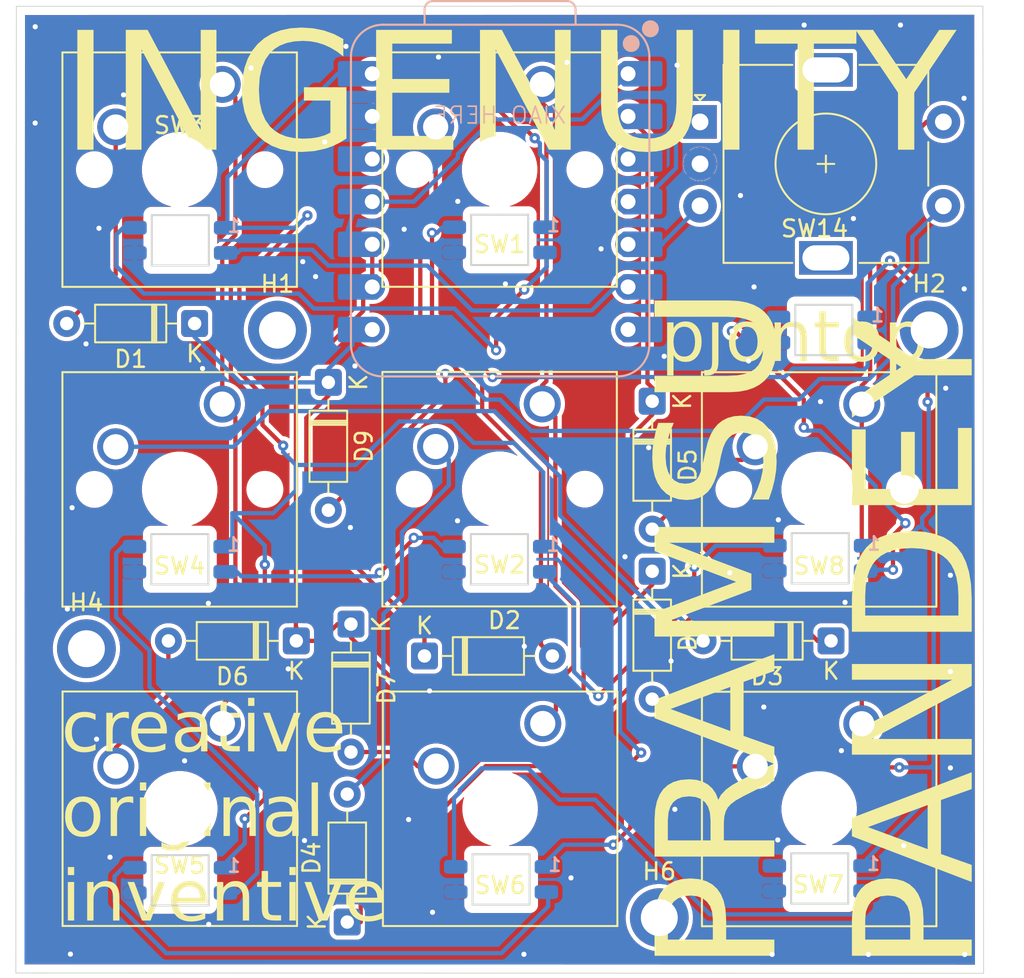
<source format=kicad_pcb>
(kicad_pcb (version 20241229) (generator "pcbnew") (generator_version "9.0")
  (layers (0 "F.Cu" signal) (2 "B.Cu" signal) (13 "F.Paste" user) (15 "B.Paste" user) (5 "F.SilkS" user "F.Silkscreen") (7 "B.SilkS" user "B.Silkscreen") (1 "F.Mask" user) (3 "B.Mask" user) (25 "Edge.Cuts" user))
  (net 0 "")
  (net 1 "Net-(D1-A)")
  (net 2 "ROW 0")
  (net 3 "Net-(D2-A)")
  (net 4 "Net-(D3-A)")
  (net 5 "ROW 1")
  (net 6 "Net-(D4-A)")
  (net 7 "Net-(D5-A)")
  (net 8 "Net-(D6-A)")
  (net 9 "COLUMN 0")
  (net 10 "Net-(D7-A)")
  (net 11 "Net-(D8-A)")
  (net 12 "RES1")
  (net 13 "Net-(D10-DOUT)")
  (net 14 "+5V")
  (net 15 "GND")
  (net 16 "LED0")
  (net 17 "Net-(D11-DOUT)")
  (net 18 "Net-(D12-DOUT)")
  (net 19 "Net-(SW1-Pad1)")
  (net 20 "Net-(SW3-Pad1)")
  (net 21 "RES2")
  (net 22 "REB")
  (net 23 "REA")
  (net 26 "SIGMA0")
  (net 27 "Net-(D14-DOUT)")
  (net 28 "Net-(D15-DOUT)")
  (net 29 "Net-(D16-DOUT)")
  (net 30 "SIGMA1")
  (footprint "Diode_THT:D_DO-35_SOD27_P7.62mm_Horizontal" (layer "F.Cu") (at 177.036442 78.230639 180)
    (property "Reference" "D1")
    (property "Value" "1N4148WT")
  )
  (footprint "Diode_THT:D_DO-35_SOD27_P7.62mm_Horizontal" (layer "F.Cu") (at 204.299351 82.861396 -90)
    (property "Reference" "D5")
    (property "Value" "1N4148WT")
  )
  (footprint "Button_Switch_Keyboard:SW_Cherry_MX_1.00u_Plate" (layer "F.Cu") (at 197.779405 102.063423)
    (property "Reference" "SW6")
    (property "Value" "SW_Push")
  )
  (footprint "Button_Switch_Keyboard:SW_Cherry_MX_1.00u_PCB" (layer "F.Cu") (at 197.747173 63.977715)
    (property "Reference" "SW1")
    (property "Value" "SW_Push")
  )
  (footprint "mounting hole:Mounting Hole 2.2mm M2 Pad" (layer "F.Cu") (at 204.721179 113.62933)
    (property "Reference" "H6")
    (property "Value" "MountingHole")
  )
  (footprint "Diode_THT:D_DO-35_SOD27_P7.62mm_Horizontal" (layer "F.Cu") (at 186.350183 96.141887 -90)
    (property "Reference" "D7")
    (property "Value" "1N4148WT")
  )
  (footprint "Diode_THT:D_DO-35_SOD27_P7.62mm_Horizontal" (layer "F.Cu") (at 190.73108 98.038363)
    (property "Reference" "D2")
    (property "Value" "1N4148WT")
  )
  (footprint "Button_Switch_Keyboard:SW_Cherry_MX_1.00u_PCB" (layer "F.Cu") (at 216.784991 83.0355)
    (property "Reference" "SW8")
    (property "Value" "SW_Push")
  )
  (footprint "mounting hole:Mounting Hole 2.2mm M2 Pad" (layer "F.Cu") (at 220.802681 78.615403)
    (property "Reference" "H2")
    (property "Value" "MountingHole")
  )
  (footprint "Button_Switch_Keyboard:SW_Cherry_MX_1.00u_Plate" (layer "F.Cu") (at 178.693548 102.059967)
    (property "Reference" "SW5")
    (property "Value" "SW_Push")
  )
  (footprint "Diode_THT:D_DO-35_SOD27_P7.62mm_Horizontal" (layer "F.Cu") (at 185.003996 81.735931 -90)
    (property "Reference" "D9")
    (property "Value" "1N4148WT")
  )
  (footprint "mounting hole:Mounting Hole 2.2mm M2 Pad" (layer "F.Cu") (at 181.970565 78.625185)
    (property "Reference" "H1")
    (property "Value" "MountingHole")
  )
  (footprint "mounting hole:Mounting Hole 2.2mm M2 Pad" (layer "F.Cu") (at 170.58928 97.605434)
    (property "Reference" "H4")
    (property "Value" "MountingHole")
  )
  (footprint "Diode_THT:D_DO-35_SOD27_P7.62mm_Horizontal" (layer "F.Cu") (at 186.128996 113.891075 90)
    (property "Reference" "D4")
    (property "Value" "1N4148WT")
  )
  (footprint "Button_Switch_Keyboard:SW_Cherry_MX_1.00u_Plate" (layer "F.Cu") (at 216.787179 102.07625)
    (property "Reference" "SW7")
    (property "Value" "SW_Push")
  )
  (footprint "Diode_THT:D_DO-35_SOD27_P7.62mm_Horizontal" (layer "F.Cu") (at 183.094287 97.138456 180)
    (property "Reference" "D6")
    (property "Value" "1N4148WT")
  )
  (footprint "Button_Switch_Keyboard:SW_Cherry_MX_1.00u_PCB" (layer "F.Cu") (at 197.747354 83.019909)
    (property "Reference" "SW2")
    (property "Value" "SW_Push")
  )
  (footprint "Button_Switch_Keyboard:SW_Cherry_MX_1.00u_PCB" (layer "F.Cu") (at 178.683179 83.034066)
    (property "Reference" "SW4")
    (property "Value" "SW_Push")
  )
  (footprint "Button_Switch_Keyboard:SW_Cherry_MX_1.00u_PCB" (layer "F.Cu") (at 178.683179 63.982066)
    (property "Reference" "SW3")
    (property "Value" "SW_Push")
  )
  (footprint "Diode_THT:D_DO-35_SOD27_P7.62mm_Horizontal" (layer "F.Cu") (at 214.95406 97.138456 180)
    (property "Reference" "D3")
    (property "Value" "1N4148WT")
  )
  (footprint "Rotary_Encoder:RotaryEncoder_Alps_EC11E-Switch_Vertical_H20mm" (layer "F.Cu") (at 207.148056 66.220198)
    (property "Reference" "SW14")
    (property "Value" "RotaryEncoder_Switch")
  )
  (footprint "Diode_THT:D_DO-35_SOD27_P7.62mm_Horizontal" (layer "F.Cu") (at 204.299351 92.990584 -90)
    (property "Reference" "D8")
    (property "Value" "1N4148WT")
  )
  (footprint "OPL:XIAO-RP2040-DIP" (layer "B.Cu") (at 195.240647 70.9695 180)
    (property "Reference" "U1" (hide yes))
    (property "Value" "XIAO-RP2040-DIP")
  )
  (footprint "underkeyled:LED_SK6812MINI" (layer "B.Cu") (at 214.277709 111.294217 180)
    (property "Reference" "D18" (hide yes))
    (property "Value" "SK6812MINI" (hide yes))
    (fp_line (start 1.7 1.5) (end -1.7 1.5) (stroke (width 0.12)) (layer "Edge.Cuts"))
    (fp_line (start 1.7 -1.5) (end 1.7 1.5) (stroke (width 0.12)) (layer "Edge.Cuts"))
    (fp_line (start -1.7 1.5) (end -1.7 -1.5) (stroke (width 0.12)) (layer "Edge.Cuts"))
    (fp_line (start -1.7 -1.5) (end 1.7 -1.5) (stroke (width 0.12)) (layer "Edge.Cuts"))
  )
  (footprint "underkeyled:LED_SK6812MINI" (layer "B.Cu") (at 195.296082 111.35393 180)
    (property "Reference" "D17" (hide yes))
    (property "Value" "SK6812MINI" (hide yes))
    (fp_line (start 1.7 1.5) (end -1.7 1.5) (stroke (width 0.12)) (layer "Edge.Cuts"))
    (fp_line (start 1.7 -1.5) (end 1.7 1.5) (stroke (width 0.12)) (layer "Edge.Cuts"))
    (fp_line (start -1.7 1.5) (end -1.7 -1.5) (stroke (width 0.12)) (layer "Edge.Cuts"))
    (fp_line (start -1.7 -1.5) (end 1.7 -1.5) (stroke (width 0.12)) (layer "Edge.Cuts"))
  )
  (footprint "underkeyled:LED_SK6812MINI" (layer "B.Cu") (at 214.310906 92.219128 180)
    (property "Reference" "D13" (hide yes))
    (property "Value" "SK6812MINI" (hide yes))
    (fp_line (start 1.7 1.5) (end -1.7 1.5) (stroke (width 0.12)) (layer "Edge.Cuts"))
    (fp_line (start 1.7 -1.5) (end 1.7 1.5) (stroke (width 0.12)) (layer "Edge.Cuts"))
    (fp_line (start -1.7 1.5) (end -1.7 -1.5) (stroke (width 0.12)) (layer "Edge.Cuts"))
    (fp_line (start -1.7 -1.5) (end 1.7 -1.5) (stroke (width 0.12)) (layer "Edge.Cuts"))
  )
  (footprint "underkeyled:LED_SK6812MINI" (layer "B.Cu") (at 195.195179 92.277297 180)
    (property "Reference" "D14" (hide yes))
    (property "Value" "SK6812MINI" (hide yes))
    (fp_line (start 1.7 1.5) (end -1.7 1.5) (stroke (width 0.12)) (layer "Edge.Cuts"))
    (fp_line (start 1.7 -1.5) (end 1.7 1.5) (stroke (width 0.12)) (layer "Edge.Cuts"))
    (fp_line (start -1.7 1.5) (end -1.7 -1.5) (stroke (width 0.12)) (layer "Edge.Cuts"))
    (fp_line (start -1.7 -1.5) (end 1.7 -1.5) (stroke (width 0.12)) (layer "Edge.Cuts"))
  )
  (footprint "underkeyled:LED_SK6812MINI" (layer "B.Cu") (at 214.523991 78.616692 180)
    (property "Reference" "D12" (hide yes))
    (property "Value" "SK6812MINI" (hide yes))
    (fp_line (start 1.7 1.5) (end -1.7 1.5) (stroke (width 0.12)) (layer "Edge.Cuts"))
    (fp_line (start 1.7 -1.5) (end 1.7 1.5) (stroke (width 0.12)) (layer "Edge.Cuts"))
    (fp_line (start -1.7 1.5) (end -1.7 -1.5) (stroke (width 0.12)) (layer "Edge.Cuts"))
    (fp_line (start -1.7 -1.5) (end 1.7 -1.5) (stroke (width 0.12)) (layer "Edge.Cuts"))
  )
  (footprint "underkeyled:LED_SK6812MINI" (layer "B.Cu") (at 176.155106 92.277297 180)
    (property "Reference" "D15" (hide yes))
    (property "Value" "SK6812MINI" (hide yes))
    (fp_line (start 1.7 1.5) (end -1.7 1.5) (stroke (width 0.12)) (layer "Edge.Cuts"))
    (fp_line (start 1.7 -1.5) (end 1.7 1.5) (stroke (width 0.12)) (layer "Edge.Cuts"))
    (fp_line (start -1.7 1.5) (end -1.7 -1.5) (stroke (width 0.12)) (layer "Edge.Cuts"))
    (fp_line (start -1.7 -1.5) (end 1.7 -1.5) (stroke (width 0.12)) (layer "Edge.Cuts"))
  )
  (footprint "underkeyled:LED_SK6812MINI" (layer "B.Cu") (at 176.177401 111.404232 180)
    (property "Reference" "D16" (hide yes))
    (property "Value" "SK6812MINI" (hide yes))
    (fp_line (start 1.7 1.5) (end -1.7 1.5) (stroke (width 0.12)) (layer "Edge.Cuts"))
    (fp_line (start 1.7 -1.5) (end 1.7 1.5) (stroke (width 0.12)) (layer "Edge.Cuts"))
    (fp_line (start -1.7 1.5) (end -1.7 -1.5) (stroke (width 0.12)) (layer "Edge.Cuts"))
    (fp_line (start -1.7 -1.5) (end 1.7 -1.5) (stroke (width 0.12)) (layer "Edge.Cuts"))
  )
  (footprint "underkeyled:LED_SK6812MINI" (layer "B.Cu") (at 176.183244 73.274662 180)
    (property "Reference" "D10" (hide yes))
    (property "Value" "SK6812MINI" (hide yes))
    (fp_line (start 1.7 1.5) (end -1.7 1.5) (stroke (width 0.12)) (layer "Edge.Cuts"))
    (fp_line (start 1.7 -1.5) (end 1.7 1.5) (stroke (width 0.12)) (layer "Edge.Cuts"))
    (fp_line (start -1.7 1.5) (end -1.7 -1.5) (stroke (width 0.12)) (layer "Edge.Cuts"))
    (fp_line (start -1.7 -1.5) (end 1.7 -1.5) (stroke (width 0.12)) (layer "Edge.Cuts"))
  )
  (footprint "underkeyled:LED_SK6812MINI" (layer "B.Cu") (at 195.210558 73.246691 180)
    (property "Reference" "D11" (hide yes))
    (property "Value" "SK6812MINI" (hide yes))
    (fp_line (start 1.7 1.5) (end -1.7 1.5) (stroke (width 0.12)) (layer "Edge.Cuts"))
    (fp_line (start 1.7 -1.5) (end 1.7 1.5) (stroke (width 0.12)) (layer "Edge.Cuts"))
    (fp_line (start -1.7 1.5) (end -1.7 -1.5) (stroke (width 0.12)) (layer "Edge.Cuts"))
    (fp_line (start -1.7 -1.5) (end 1.7 -1.5) (stroke (width 0.12)) (layer "Edge.Cuts"))
  )
  (gr_line (start 223.539052 116.946237) (end 224.035395 116.946413) (stroke (width 0.05)) (layer "Edge.Cuts"))
  (gr_line (start 223.999926 59.540376) (end 223.999886 59.322589) (stroke (width 0.05)) (layer "Edge.Cuts"))
  (gr_line (start 166.383322 116.92674) (end 166.415252 59.3324) (stroke (width 0.05)) (layer "Edge.Cuts"))
  (gr_line (start 166.415253 59.330067) (end 223.999886 59.322589) (stroke (width 0.05)) (layer "Edge.Cuts"))
  (gr_line (start 224.044829 116.696376) (end 224.045025 116.946413) (stroke (width 0.05)) (layer "Edge.Cuts"))
  (gr_line (start 223.539052 116.946237) (end 166.383322 116.92674) (stroke (width 0.05)) (layer "Edge.Cuts"))
  (gr_line (start 224.044829 116.696376) (end 223.999926 59.540376) (stroke (width 0.05)) (layer "Edge.Cuts"))
  (gr_text "INGENUITY" (at 169.0865 69.0635 0) (layer "F.SilkS") (effects (font (size 7 7) (thickness 0.1)) (justify left bottom)))
  (gr_text "PRAMSU\nPANDEY" (at 224.52743 116.862395 90) (layer "F.SilkS") (effects (font (size 7 7) (thickness 0.1)) (justify left bottom)))
  (gr_text "pjontop" (at 204.809 80.971 0) (layer "F.SilkS") (effects (font (size 3 3) (thickness 0.1)) (justify left bottom)))
  (gr_text "creative\noriginal\ninventive" (at 169.0865 114.312 0) (layer "F.SilkS") (effects (font (size 3 3) (thickness 0.1)) (justify left bottom)))
  (gr_text "XIAO HERE" (at 199.254699 66.409502 0) (layer "B.SilkS") (effects (font (size 1 1) (thickness 0.1)) (justify left bottom mirror)))
  (segment (start 169.986 77.6615) (end 172.3335 75.314) (width 0.254254) (layer "F.Cu") (net 1))
  (segment (start 172.3335 75.314) (end 172.3335 67.629) (width 0.254254) (layer "F.Cu") (net 1))
  (segment (start 172.3335 67.629) (end 172.333 66.522) (width 0.254254) (layer "F.Cu") (net 1))
  (segment (start 169.4165 78.231) (end 169.986 77.6615) (width 0.254254) (layer "F.Cu") (net 1))
  (segment (start 190.731 96.782222) (end 190.731 97.237) (width 0.254254) (layer "F.Cu") (net 2))
  (segment (start 190.731 97.237) (end 190.731 98.0385) (width 0.254254) (layer "F.Cu") (net 2))
  (segment (start 185.004 82.538) (end 183.690298 83.851702) (width 0.254254) (layer "F.Cu") (net 2))
  (segment (start 185.004 81.736) (end 185.004 82.538) (width 0.254254) (layer "F.Cu") (net 2))
  (segment (start 183.690298 89.74152) (end 190.731 96.782222) (width 0.254254) (layer "F.Cu") (net 2))
  (segment (start 183.690298 83.851702) (end 183.690298 89.74152) (width 0.254254) (layer "F.Cu") (net 2))
  (segment (start 186.436 79.356) (end 186.978 78.5895) (width 0.254254) (layer "B.Cu") (net 2))
  (segment (start 185.004 81.736) (end 185.004 80.934) (width 0.254254) (layer "B.Cu") (net 2))
  (segment (start 185.004 80.934) (end 186.436 79.502) (width 0.254254) (layer "B.Cu") (net 2))
  (segment (start 186.436 79.502) (end 186.436 79.356) (width 0.254254) (layer "B.Cu") (net 2))
  (segment (start 177.0365 79.032) (end 179.7405 81.736) (width 0.254254) (layer "B.Cu") (net 2))
  (segment (start 179.7405 81.736) (end 184.202 81.736) (width 0.254254) (layer "B.Cu") (net 2))
  (segment (start 177.0365 78.2305) (end 177.0365 79.032) (width 0.254254) (layer "B.Cu") (net 2))
  (segment (start 184.202 81.736) (end 185.004 81.736) (width 0.254254) (layer "B.Cu") (net 2))
  (segment (start 197.782 97.469) (end 197.669167 97.356167) (width 0.254254) (layer "F.Cu") (net 3))
  (segment (start 190.482396 78.064212) (end 190.482396 72.348318) (width 0.254254) (layer "F.Cu") (net 3))
  (segment (start 191.3975 71.433214) (end 191.3975 67.625) (width 0.254254) (layer "F.Cu") (net 3))
  (segment (start 191.3975 67.625) (end 191.397 66.518) (width 0.254254) (layer "F.Cu") (net 3))
  (segment (start 194.169547 81.751362) (end 190.482396 78.064212) (width 0.254254) (layer "F.Cu") (net 3))
  (segment (start 190.482396 72.348318) (end 191.3975 71.433214) (width 0.254254) (layer "F.Cu") (net 3))
  (segment (start 197.669167 97.356167) (end 197.669167 86.947632) (width 0.254254) (layer "F.Cu") (net 3))
  (segment (start 194.169547 83.448011) (end 194.169547 81.751362) (width 0.254254) (layer "F.Cu") (net 3))
  (segment (start 198.351 98.038) (end 197.782 97.469) (width 0.254254) (layer "F.Cu") (net 3))
  (segment (start 197.669167 86.947632) (end 194.169547 83.448011) (width 0.254254) (layer "F.Cu") (net 3))
  (segment (start 194.910595 83.447743) (end 181.487623 83.447743) (width 0.254254) (layer "B.Cu") (net 4))
  (segment (start 205.942287 95.746287) (end 204.89027 95.746287) (width 0.254254) (layer "B.Cu") (net 4))
  (segment (start 206.765 96.569) (end 205.942287 95.746287) (width 0.254254) (layer "B.Cu") (net 4))
  (segment (start 198.812289 89.668307) (end 198.812289 87.349437) (width 0.254254) (layer "B.Cu") (net 4))
  (segment (start 173.44 85.5745) (end 172.333 85.574) (width 0.254254) (layer "B.Cu") (net 4))
  (segment (start 198.812289 87.349437) (end 194.910595 83.447743) (width 0.254254) (layer "B.Cu") (net 4))
  (segment (start 204.89027 95.746287) (end 198.812289 89.668307) (width 0.254254) (layer "B.Cu") (net 4))
  (segment (start 207.334 97.1385) (end 206.765 96.569) (width 0.254254) (layer "B.Cu") (net 4))
  (segment (start 181.487623 83.447743) (end 179.360865 85.5745) (width 0.254254) (layer "B.Cu") (net 4))
  (segment (start 179.360865 85.5745) (end 173.44 85.5745) (width 0.254254) (layer "B.Cu") (net 4))
  (segment (start 207.587082 92.522295) (end 207.587082 92.926016) (width 0.254254) (layer "F.Cu") (net 5))
  (segment (start 204.2995 83.663) (end 203.093063 84.869437) (width 0.254254) (layer "F.Cu") (net 5))
  (segment (start 204.2995 82.8615) (end 204.2995 83.663) (width 0.254254) (layer "F.Cu") (net 5))
  (segment (start 207.587082 92.926016) (end 207.62947 92.968404) (width 0.254254) (layer "F.Cu") (net 5))
  (segment (start 203.700624 91.737502) (end 206.80229 91.737502) (width 0.254254) (layer "F.Cu") (net 5))
  (segment (start 204.018131 81.778631) (end 204.018131 67.047131) (width 0.254254) (layer "F.Cu") (net 5))
  (segment (start 204.2995 82.8615) (end 204.2995 82.06) (width 0.254254) (layer "F.Cu") (net 5))
  (segment (start 203.093063 91.129941) (end 203.700624 91.737502) (width 0.254254) (layer "F.Cu") (net 5))
  (segment (start 203.403996 98.948232) (end 207.62947 94.722757) (width 0.254254) (layer "F.Cu") (net 5))
  (segment (start 203.093063 84.869437) (end 203.093063 91.129941) (width 0.254254) (layer "F.Cu") (net 5))
  (segment (start 206.80229 91.737502) (end 207.587082 92.522295) (width 0.254254) (layer "F.Cu") (net 5))
  (segment (start 207.62947 94.722757) (end 207.62947 94.239341) (width 0.254254) (layer "F.Cu") (net 5))
  (segment (start 214.954 97.1385) (end 214.152 97.1385) (width 0.254254) (layer "F.Cu") (net 5))
  (segment (start 203.403996 99.4327) (end 203.403996 98.948232) (width 0.254254) (layer "F.Cu") (net 5))
  (segment (start 186.931 112.047201) (end 194.378169 104.600032) (width 0.254254) (layer "F.Cu") (net 5))
  (segment (start 186.129 113.891) (end 186.931 113.891) (width 0.254254) (layer "F.Cu") (net 5))
  (segment (start 204.2995 82.06) (end 204.018131 81.778631) (width 0.254254) (layer "F.Cu") (net 5))
  (segment (start 203.4025 66.4315) (end 202.8605 65.8895) (width 0.254254) (layer "F.Cu") (net 5))
  (segment (start 204.018131 67.047131) (end 203.4025 66.4315) (width 0.254254) (layer "F.Cu") (net 5))
  (segment (start 186.931 113.891) (end 186.931 112.047201) (width 0.254254) (layer "F.Cu") (net 5))
  (segment (start 214.152 97.1385) (end 211.252841 94.239341) (width 0.254254) (layer "F.Cu") (net 5))
  (segment (start 194.378169 104.600032) (end 198.236663 104.600032) (width 0.254254) (layer "F.Cu") (net 5))
  (segment (start 208.535313 94.239341) (end 207.62947 94.239341) (width 0.254254) (layer "F.Cu") (net 5))
  (segment (start 211.252841 94.239341) (end 208.535313 94.239341) (width 0.254254) (layer "F.Cu") (net 5))
  (segment (start 207.62947 92.968404) (end 207.62947 94.239341) (width 0.254254) (layer "F.Cu") (net 5))
  (segment (start 198.236663 104.600032) (end 203.403996 99.4327) (width 0.254254) (layer "F.Cu") (net 5))
  (segment (start 192.18 86.3425) (end 192.18 87.865871) (width 0.254254) (layer "B.Cu") (net 6))
  (segment (start 188.283688 104.131821) (end 186.713509 105.702) (width 0.254254) (layer "B.Cu") (net 6))
  (segment (start 188.283688 95.542885) (end 188.283688 104.131821) (width 0.254254) (layer "B.Cu") (net 6))
  (segment (start 189.387679 90.658192) (end 189.387679 94.438894) (width 0.254254) (layer "B.Cu") (net 6))
  (segment (start 191.397 85.56) (end 192.18 86.3425) (width 0.254254) (layer "B.Cu") (net 6))
  (segment (start 192.18 87.865871) (end 189.387679 90.658192) (width 0.254254) (layer "B.Cu") (net 6))
  (segment (start 186.713509 105.702) (end 186.698 105.702) (width 0.254254) (layer "B.Cu") (net 6))
  (segment (start 186.698 105.702) (end 186.129 106.271) (width 0.254254) (layer "B.Cu") (net 6))
  (segment (start 189.387679 94.438894) (end 188.283688 95.542885) (width 0.254254) (layer "B.Cu") (net 6))
  (segment (start 204.299 90.481) (end 204.8685 89.912) (width 0.254254) (layer "F.Cu") (net 7))
  (segment (start 204.8685 89.912) (end 208.4225 86.358) (width 0.254254) (layer "F.Cu") (net 7))
  (segment (start 208.4225 86.358) (end 209.652 86.358) (width 0.254254) (layer "F.Cu") (net 7))
  (segment (start 209.652 86.358) (end 210.435 85.5755) (width 0.254254) (layer "F.Cu") (net 7))
  (segment (start 175.4745 100.362) (end 175.4745 97.944) (width 0.254254) (layer "F.Cu") (net 8))
  (segment (start 172.3435 103.493) (end 175.4745 100.362) (width 0.254254) (layer "F.Cu") (net 8))
  (segment (start 175.4745 97.944) (end 175.474 97.1385) (width 0.254254) (layer "F.Cu") (net 8))
  (segment (start 172.344 104.6) (end 172.3435 103.493) (width 0.254254) (layer "F.Cu") (net 8))
  (segment (start 200.21356 101.884175) (end 200.21356 97.87794) (width 0.254254) (layer "F.Cu") (net 9))
  (segment (start 187.6205 74.276) (end 187.6205 73.5095) (width 0.254254) (layer "F.Cu") (net 9))
  (segment (start 183.0945 97.1385) (end 183.0945 96.337) (width 0.254254) (layer "F.Cu") (net 9))
  (segment (start 186.3505 96.943) (end 193.030574 103.623074) (width 0.254254) (layer "F.Cu") (net 9))
  (segment (start 204.2995 93.792) (end 204.2995 92.9905) (width 0.254254) (layer "F.Cu") (net 9))
  (segment (start 187.6205 76.0495) (end 187.6205 75.283) (width 0.254254) (layer "F.Cu") (net 9))
  (segment (start 198.47466 103.623074) (end 200.21356 101.884175) (width 0.254254) (layer "F.Cu") (net 9))
  (segment (start 185.549 96.1415) (end 184.552 97.1385) (width 0.254254) (layer "F.Cu") (net 9))
  (segment (start 183.07024 96.31274) (end 183.07024 81.494858) (width 0.254254) (layer "F.Cu") (net 9))
  (segment (start 200.21356 97.87794) (end 204.2995 93.792) (width 0.254254) (layer "F.Cu") (net 9))
  (segment (start 187.0785 77.486598) (end 187.0785 76.5915) (width 0.254254) (layer "F.Cu") (net 9))
  (segment (start 184.552 97.1385) (end 183.896 97.1385) (width 0.254254) (layer "F.Cu") (net 9))
  (segment (start 183.896 97.1385) (end 183.0945 97.1385) (width 0.254254) (layer "F.Cu") (net 9))
  (segment (start 187.0785 76.5915) (end 187.6205 76.0495) (width 0.254254) (layer "F.Cu") (net 9))
  (segment (start 186.3505 96.1415) (end 186.3505 96.943) (width 0.254254) (layer "F.Cu") (net 9))
  (segment (start 183.0945 96.337) (end 183.07024 96.31274) (width 0.254254) (layer "F.Cu") (net 9))
  (segment (start 186.3505 96.1415) (end 185.549 96.1415) (width 0.254254) (layer "F.Cu") (net 9))
  (segment (start 183.07024 81.494858) (end 187.0785 77.486598) (width 0.254254) (layer "F.Cu") (net 9))
  (segment (start 187.6205 75.283) (end 187.6205 74.276) (width 0.254254) (layer "F.Cu") (net 9))
  (segment (start 193.030574 103.623074) (end 198.47466 103.623074) (width 0.254254) (layer "F.Cu") (net 9))
  (segment (start 203.5035 63.3495) (end 202.3185 63.8915) (width 0.254254) (layer "B.Cu") (net 9))
  (segment (start 188.387 70.9695) (end 186.978 70.9695) (width 0.254254) (layer "B.Cu") (net 9))
  (segment (start 200.137858 66.072142) (end 194.785741 66.072142) (width 0.254254) (layer "B.Cu") (net 9))
  (segment (start 192.722859 68.344441) (end 190.097801 70.9695) (width 0.254254) (layer "B.Cu") (net 9))
  (segment (start 186.436 71.736) (end 186.147 72.743) (width 0.254254) (layer "B.Cu") (net 9))
  (segment (start 186.978 70.9695) (end 186.436 71.736) (width 0.254254) (layer "B.Cu") (net 9))
  (segment (start 202.3185 63.8915) (end 200.137858 66.072142) (width 0.254254) (layer "B.Cu") (net 9))
  (segment (start 186.147 72.743) (end 186.978 73.5095) (width 0.254254) (layer "B.Cu") (net 9))
  (segment (start 192.722859 68.135024) (end 192.722859 68.344441) (width 0.254254) (layer "B.Cu") (net 9))
  (segment (start 194.785741 66.072142) (end 192.722859 68.135024) (width 0.254254) (layer "B.Cu") (net 9))
  (segment (start 190.097801 70.9695) (end 188.387 70.9695) (width 0.254254) (layer "B.Cu") (net 9))
  (segment (start 191.429 104.603) (end 190.322 104.6035) (width 0.254254) (layer "F.Cu") (net 10))
  (segment (start 190.322 104.6035) (end 189.48 103.7615) (width 0.254254) (layer "F.Cu") (net 10))
  (segment (start 189.48 103.7615) (end 187.155 103.7615) (width 0.254254) (layer "F.Cu") (net 10))
  (segment (start 187.155 103.7615) (end 186.35 103.762) (width 0.254254) (layer "F.Cu") (net 10))
  (segment (start 208.305 104.6165) (end 209.33 104.6165) (width 0.254254) (layer "F.Cu") (net 11))
  (segment (start 204.8685 101.18) (end 208.305 104.6165) (width 0.254254) (layer "F.Cu") (net 11))
  (segment (start 209.33 104.6165) (end 210.437 104.616) (width 0.254254) (layer "F.Cu") (net 11))
  (segment (start 204.299 100.611) (end 204.8685 101.18) (width 0.254254) (layer "F.Cu") (net 11))
  (segment (start 185.004 89.356) (end 191.977203 82.382297) (width 0.254254) (layer "F.Cu") (net 12))
  (segment (start 191.977203 82.382297) (end 191.977203 81.233275) (width 0.254254) (layer "F.Cu") (net 12))
  (via (at 191.977203 81.233275) (size 0.61021) (drill 0.305105) (layers "F.Cu" "B.Cu") (net 12))
  (segment (start 219.801098 74.848551) (end 218.651631 75.998018) (width 0.254254) (layer "B.Cu") (net 12))
  (segment (start 216.449625 81.535758) (end 214.267887 81.535758) (width 0.254254) (layer "B.Cu") (net 12))
  (segment (start 219.801098 73.067402) (end 219.801098 74.848551) (width 0.254254) (layer "B.Cu") (net 12))
  (segment (start 221.648 71.2205) (end 219.801098 73.067402) (width 0.254254) (layer "B.Cu") (net 12))
  (segment (start 210.949968 82.756611) (end 209.075705 84.630874) (width 0.254254) (layer "B.Cu") (net 12))
  (segment (start 217.089773 81.534796) (end 216.449625 81.535758) (width 0.254254) (layer "B.Cu") (net 12))
  (segment (start 218.651631 75.998018) (end 218.651631 80.112519) (width 0.254254) (layer "B.Cu") (net 12))
  (segment (start 214.267887 81.535758) (end 213.047035 82.756611) (width 0.254254) (layer "B.Cu") (net 12))
  (segment (start 217.229354 81.534796) (end 217.089773 81.534796) (width 0.254254) (layer "B.Cu") (net 12))
  (segment (start 209.075705 84.630874) (end 197.101531 84.630874) (width 0.254254) (layer "B.Cu") (net 12))
  (segment (start 197.101531 84.630874) (end 195.232709 82.762052) (width 0.254254) (layer "B.Cu") (net 12))
  (segment (start 218.651631 80.112519) (end 217.229354 81.534796) (width 0.254254) (layer "B.Cu") (net 12))
  (segment (start 194.369344 82.762052) (end 192.840568 81.233275) (width 0.254254) (layer "B.Cu") (net 12))
  (segment (start 195.232709 82.762052) (end 194.369344 82.762052) (width 0.254254) (layer "B.Cu") (net 12))
  (segment (start 192.840568 81.233275) (end 191.977203 81.233275) (width 0.254254) (layer "B.Cu") (net 12))
  (segment (start 213.047035 82.756611) (end 210.949968 82.756611) (width 0.254254) (layer "B.Cu") (net 12))
  (segment (start 195.000698 77.884966) (end 195.000698 79.822671) (width 0.254254) (layer "F.Cu") (net 13))
  (segment (start 196.676325 76.209339) (end 195.000698 77.884966) (width 0.254254) (layer "F.Cu") (net 13))
  (via (at 196.676325 76.209339) (size 0.61021) (drill 0.305105) (layers "F.Cu" "B.Cu") (net 13))
  (via (at 195.000698 79.822671) (size 0.61021) (drill 0.305105) (layers "F.Cu" "B.Cu") (net 13))
  (segment (start 174.008539 76.44962) (end 183.245724 76.44962) (width 0.254254) (layer "B.Cu") (net 13))
  (segment (start 173.377 72.5245) (end 172.782 72.5245) (width 0.254254) (layer "B.Cu") (net 13))
  (segment (start 184.133882 77.337778) (end 192.515805 77.337778) (width 0.254254) (layer "B.Cu") (net 13))
  (segment (start 197.504596 75.381068) (end 197.504596 75.377651) (width 0.254254) (layer "B.Cu") (net 13))
  (segment (start 172.38832 72.91818) (end 172.38832 74.829401) (width 0.254254) (layer "B.Cu") (net 13))
  (segment (start 172.782 72.5245) (end 172.38832 72.91818) (width 0.254254) (layer "B.Cu") (net 13))
  (segment (start 172.38832 74.829401) (end 174.008539 76.44962) (width 0.254254) (layer "B.Cu") (net 13))
  (segment (start 198.017 74.865247) (end 198.017 73.9965) (width 0.254254) (layer "B.Cu") (net 13))
  (segment (start 196.676325 76.209339) (end 197.504596 75.381068) (width 0.254254) (layer "B.Cu") (net 13))
  (segment (start 183.245724 76.44962) (end 184.133882 77.337778) (width 0.254254) (layer "B.Cu") (net 13))
  (segment (start 194.37461 79.196583) (end 195.000698 79.822671) (width 0.254254) (layer "B.Cu") (net 13))
  (segment (start 197.504596 75.377651) (end 198.017 74.865247) (width 0.254254) (layer "B.Cu") (net 13))
  (segment (start 192.515805 77.337778) (end 194.37461 79.196583) (width 0.254254) (layer "B.Cu") (net 13))
  (segment (start 181.077848 82.507041) (end 179.703469 81.132663) (width 0.254254) (layer "F.Cu") (net 14))
  (segment (start 181.219096 106.545211) (end 181.219096 92.5907) (width 0.254254) (layer "F.Cu") (net 14))
  (segment (start 220.705725 81.758902) (end 220.705725 82.903183) (width 0.254254) (layer "F.Cu") (net 14))
  (segment (start 201.979994 109.285977) (end 203.000511 108.265459) (width 0.254254) (layer "F.Cu") (net 14))
  (segment (start 203.000511 104.443714) (end 203.000511 107.156393) (width 0.254254) (layer "F.Cu") (net 14))
  (segment (start 203.000511 108.265459) (end 203.000511 107.156393) (width 0.254254) (layer "F.Cu") (net 14))
  (segment (start 211.408995 106.179265) (end 212.911697 104.676563) (width 0.254254) (layer "F.Cu") (net 14))
  (segment (start 203.642231 103.801994) (end 203.000511 104.443714) (width 0.254254) (layer "F.Cu") (net 14))
  (segment (start 221.690459 76.375839) (end 223.034 77.71938) (width 0.254254) (layer "F.Cu") (net 14))
  (segment (start 181.077848 84.274248) (end 181.077848 82.507041) (width 0.254254) (layer "F.Cu") (net 14))
  (segment (start 218.470399 74.489634) (end 220.356605 76.375839) (width 0.254254) (layer "F.Cu") (net 14))
  (segment (start 179.703469 75.848906) (end 183.758557 71.793818) (width 0.254254) (layer "F.Cu") (net 14))
  (segment (start 212.911697 104.676563) (end 219.021269 104.676563) (width 0.254254) (layer "F.Cu") (net 14))
  (segment (start 223.034 79.430626) (end 220.705725 81.758902) (width 0.254254) (layer "F.Cu") (net 14))
  (segment (start 196.375465 66.733282) (end 192.991684 63.3495) (width 0.254254) (layer "F.Cu") (net 14))
  (segment (start 197.297277 67.189534) (end 196.841024 66.733282) (width 0.254254) (layer "F.Cu") (net 14))
  (segment (start 179.703469 81.132663) (end 179.703469 75.848906) (width 0.254254) (layer "F.Cu") (net 14))
  (segment (start 182.310373 85.506774) (end 181.077848 84.274248) (width 0.254254) (layer "F.Cu") (net 14))
  (segment (start 180.023078 107.74123) (end 181.219096 106.545211) (width 0.254254) (layer "F.Cu") (net 14))
  (segment (start 203.000511 107.156393) (end 203.97764 106.179265) (width 0.254254) (layer "F.Cu") (net 14))
  (segment (start 220.356605 76.375839) (end 221.690459 76.375839) (width 0.254254) (layer "F.Cu") (net 14))
  (segment (start 196.841024 66.733282) (end 196.375465 66.733282) (width 0.254254) (layer "F.Cu") (net 14))
  (segment (start 203.97764 106.179265) (end 211.408995 106.179265) (width 0.254254) (layer "F.Cu") (net 14))
  (segment (start 192.991684 63.3495) (end 187.6205 63.3495) (width 0.254254) (layer "F.Cu") (net 14))
  (segment (start 223.034 77.71938) (end 223.034 79.430626) (width 0.254254) (layer "F.Cu") (net 14))
  (via (at 197.297277 67.189534) (size 0.61021) (drill 0.254254) (layers "F.Cu" "B.Cu") (net 14))
  (via (at 181.219096 92.5907) (size 0.61021) (drill 0.254254) (layers "F.Cu" "B.Cu") (net 14))
  (via (at 203.642231 103.801994) (size 0.61021) (drill 0.254254) (layers "F.Cu" "B.Cu") (net 14))
  (via (at 219.021269 104.676563) (size 0.61021) (drill 0.254254) (layers "F.Cu" "B.Cu") (net 14))
  (via (at 201.979994 109.285977) (size 0.61021) (drill 0.254254) (layers "F.Cu" "B.Cu") (net 14))
  (via (at 180.023078 107.74123) (size 0.61021) (drill 0.254254) (layers "F.Cu" "B.Cu") (net 14))
  (via (at 183.758557 71.793818) (size 0.61021) (drill 0.254254) (layers "F.Cu" "B.Cu") (net 14))
  (via (at 218.470399 74.489634) (size 0.61021) (drill 0.254254) (layers "F.Cu" "B.Cu") (net 14))
  (via (at 220.705725 82.903183) (size 0.61021) (drill 0.254254) (layers "F.Cu" "B.Cu") (net 14))
  (via (at 182.310373 85.506774) (size 0.61021) (drill 0.254254) (layers "F.Cu" "B.Cu") (net 14))
  (segment (start 203.642231 103.801994) (end 203.011452 103.171215) (width 0.254254) (layer "B.Cu") (net 14))
  (segment (start 220.705725 82.903183) (end 220.775562 82.973021) (width 0.254254) (layer "B.Cu") (net 14))
  (segment (start 197.297277 67.189534) (end 197.606685 67.498942) (width 0.254254) (layer "B.Cu") (net 14))
  (segment (start 183.962372 86.658097) (end 186.629718 86.658097) (width 0.254254) (layer "B.Cu") (net 14))
  (segment (start 220.775562 82.973021) (end 220.775562 89.402686) (width 0.254254) (layer "B.Cu") (net 14))
  (segment (start 221.069792 105.321707) (end 221.069792 104.496205) (width 0.254254) (layer "B.Cu") (net 14))
  (segment (start 182.310373 85.895214) (end 182.310373 85.506774) (width 0.254254) (layer "B.Cu") (net 14))
  (segment (start 217.131667 77.455) (end 217.33 77.8665) (width 0.254254) (layer "B.Cu") (net 14))
  (segment (start 220.38031 89.797938) (end 220.38031 90.345598) (width 0.254254) (layer "B.Cu") (net 14))
  (segment (start 197.802667 87.095983) (end 197.802667 91.116) (width 0.254254) (layer "B.Cu") (net 14))
  (segment (start 178.9895 69.508094) (end 178.9895 72.113) (width 0.254254) (layer "B.Cu") (net 14))
  (segment (start 183.073256 86.658097) (end 183.962372 86.658097) (width 0.254254) (layer "B.Cu") (net 14))
  (segment (start 196.051788 85.345105) (end 197.802667 87.095983) (width 0.254254) (layer "B.Cu") (net 14))
  (segment (start 217.131667 75.828367) (end 217.131667 77.455) (width 0.254254) (layer "B.Cu") (net 14))
  (segment (start 217.084 110.5445) (end 217.084 110.133) (width 0.254254) (layer "B.Cu") (net 14))
  (segment (start 203.011452 103.171215) (end 202.380674 102.540436) (width 0.254254) (layer "B.Cu") (net 14))
  (segment (start 179.285603 90.98973) (end 179.285603 89.532189) (width 0.254254) (layer "B.Cu") (net 14))
  (segment (start 198.017 68.54937) (end 198.017 72.4965) (width 0.254254) (layer "B.Cu") (net 14))
  (segment (start 198.596 91.5275) (end 198.001 91.5275) (width 0.254254) (layer "B.Cu") (net 14))
  (segment (start 221.069792 104.496205) (end 220.889435 104.676563) (width 0.254254) (layer "B.Cu") (net 14))
  (segment (start 184.232104 64.265489) (end 178.9895 69.508094) (width 0.254254) (layer "B.Cu") (net 14))
  (segment (start 178.961 91.5275) (end 179.159333 91.116) (width 0.254254) (layer "B.Cu") (net 14))
  (segment (start 202.380674 95.312174) (end 198.596 91.5275) (width 0.254254) (layer "B.Cu") (net 14))
  (segment (start 180.023078 109.203422) (end 180.023078 107.74123) (width 0.254254) (layer "B.Cu") (net 14))
  (segment (start 197.606685 67.498942) (end 197.606685 68.139055) (width 0.254254) (layer "B.Cu") (net 14))
  (segment (start 202.380674 102.540436) (end 202.380674 95.312174) (width 0.254254) (layer "B.Cu") (net 14))
  (segment (start 186.629718 86.658097) (end 189.22709 84.060726) (width 0.254254) (layer "B.Cu") (net 14))
  (segment (start 183.073256 86.658097) (end 183.073256 88.170963) (width 0.254254) (layer "B.Cu") (net 14))
  (segment (start 220.182294 90.345598) (end 220.38031 90.345598) (width 0.254254) (layer "B.Cu") (net 14))
  (segment (start 199.009023 109.285977) (end 200.494509 109.285977) (width 0.254254) (layer "B.Cu") (net 14))
  (segment (start 178.9835 110.6545) (end 178.9835 110.243) (width 0.254254) (layer "B.Cu") (net 14))
  (segment (start 179.159333 91.116) (end 179.285603 90.98973) (width 0.254254) (layer "B.Cu") (net 14))
  (segment (start 220.38031 90.345598) (end 221.069792 91.03508) (width 0.254254) (layer "B.Cu") (net 14))
  (segment (start 217.117 91.469) (end 219.058892 91.469) (width 0.254254) (layer "B.Cu") (net 14))
  (segment (start 217.801033 75.159001) (end 217.131667 75.828367) (width 0.254254) (layer "B.Cu") (net 14))
  (segment (start 221.069792 91.03508) (end 221.069792 104.496205) (width 0.254254) (layer "B.Cu") (net 14))
  (segment (start 178.9835 110.243) (end 180.023078 109.203422) (width 0.254254) (layer "B.Cu") (net 14))
  (segment (start 197.606685 68.139055) (end 198.017 68.54937) (width 0.254254) (layer "B.Cu") (net 14))
  (segment (start 221.069792 106.147208) (end 221.069792 105.321707) (width 0.254254) (layer "B.Cu") (net 14))
  (segment (start 198.102 110.604) (end 198.102 110.193) (width 0.254254) (layer "B.Cu") (net 14))
  (segment (start 184.653011 64.265489) (end 184.232104 64.265489) (width 0.254254) (layer "B.Cu") (net 14))
  (segment (start 220.889435 104.676563) (end 219.021269 104.676563) (width 0.254254) (layer "B.Cu") (net 14))
  (segment (start 217.084 110.133) (end 221.069792 106.147208) (width 0.254254) (layer "B.Cu") (net 14))
  (segment (start 183.073256 86.658097) (end 182.310373 85.895214) (width 0.254254) (layer "B.Cu") (net 14))
  (segment (start 183.758557 71.793818) (end 183.027875 72.5245) (width 0.254254) (layer "B.Cu") (net 14))
  (segment (start 183.027875 72.5245) (end 178.9895 72.5245) (width 0.254254) (layer "B.Cu") (net 14))
  (segment (start 220.775562 89.402686) (end 220.38031 89.797938) (width 0.254254) (layer "B.Cu") (net 14))
  (segment (start 198.102 110.193) (end 199.009023 109.285977) (width 0.254254) (layer "B.Cu") (net 14))
  (segment (start 181.71203 89.532189) (end 179.285603 89.532189) (width 0.254254) (layer "B.Cu") (net 14))
  (segment (start 185.569 63.3495) (end 184.653011 64.265489) (width 0.254254) (layer "B.Cu") (net 14))
  (segment (start 178.9895 72.113) (end 178.9895 72.5245) (width 0.254254) (layer "B.Cu") (net 14))
  (segment (start 181.219096 91.465682) (end 181.219096 92.5907) (width 0.254254) (layer "B.Cu") (net 14))
  (segment (start 179.285603 89.532189) (end 181.219096 91.465682) (width 0.254254) (layer "B.Cu") (net 14))
  (segment (start 186.978 63.3495) (end 185.569 63.3495) (width 0.254254) (layer "B.Cu") (net 14))
  (segment (start 189.22709 84.060726) (end 192.382852 84.060726) (width 0.254254) (layer "B.Cu") (net 14))
  (segment (start 197.802667 91.116) (end 198.001 91.5275) (width 0.254254) (layer "B.Cu") (net 14))
  (segment (start 218.470399 74.489634) (end 217.801033 75.159001) (width 0.254254) (layer "B.Cu") (net 14))
  (segment (start 192.382852 84.060726) (end 193.667231 85.345105) (width 0.254254) (layer "B.Cu") (net 14))
  (segment (start 200.494509 109.285977) (end 201.979994 109.285977) (width 0.254254) (layer "B.Cu") (net 14))
  (segment (start 183.073256 88.170963) (end 181.71203 89.532189) (width 0.254254) (layer "B.Cu") (net 14))
  (segment (start 219.058892 91.469) (end 220.182294 90.345598) (width 0.254254) (layer "B.Cu") (net 14))
  (segment (start 193.667231 85.345105) (end 196.051788 85.345105) (width 0.254254) (layer "B.Cu") (net 14))
  (via (at 219.287477 109.337957) (size 0.61021) (drill 0.305105) (layers "F.Cu" "B.Cu") (net 15))
  (via (at 204.088976 85.626786) (size 0.61021) (drill 0.305105) (layers "F.Cu" "B.Cu") (net 15))
  (via (at 186.586363 80.76007) (size 0.61021) (drill 0.305105) (layers "F.Cu" "B.Cu") (net 15))
  (via (at 221.787087 82.085973) (size 0.61021) (drill 0.305105) (layers "F.Cu" "B.Cu") (net 15))
  (via (at 222.888676 76.165623) (size 0.61021) (drill 0.305105) (layers "F.Cu" "B.Cu") (net 15))
  (via (at 217.181572 115.819757) (size 0.61021) (drill 0.305105) (layers "F.Cu" "B.Cu") (net 15))
  (via (at 205.421434 98.339227) (size 0.61021) (drill 0.305105) (layers "F.Cu" "B.Cu") (net 15))
  (via (at 205.648365 107.175178) (size 0.61021) (drill 0.305105) (layers "F.Cu" "B.Cu") (net 15))
  (via (at 177.508256 80.912189) (size 0.61021) (drill 0.305105) (layers "F.Cu" "B.Cu") (net 15))
  (via (at 222.91983 115.821715) (size 0.61021) (drill 0.305105) (layers "F.Cu" "B.Cu") (net 15))
  (via (at 183.4802 74.544627) (size 0.61021) (drill 0.305105) (layers "F.Cu" "B.Cu") (net 15))
  (via (at 191.035125 100.118174) (size 0.61021) (drill 0.305105) (layers "F.Cu" "B.Cu") (net 15))
  (via (at 222.879755 64.811072) (size 0.61021) (drill 0.305105) (layers "F.Cu" "B.Cu") (net 15))
  (via (at 216.287777 71.976529) (size 0.61021) (drill 0.305105) (layers "F.Cu" "B.Cu") (net 15))
  (via (at 191.211325 113.30856) (size 0.61021) (drill 0.305105) (layers "F.Cu" "B.Cu") (net 15))
  (via (at 180.397204 63.009418) (size 0.61021) (drill 0.305105) (layers "F.Cu" "B.Cu") (net 15))
  (via (at 169.734347 89.204347) (size 0.61021) (drill 0.305105) (layers "F.Cu" "B.Cu") (net 15))
  (via (at 195.553092 75.871002) (size 0.61021) (drill 0.305105) (layers "F.Cu" "B.Cu") (net 15))
  (via (at 210.041198 80.458026) (size 0.61021) (drill 0.305105) (layers "F.Cu" "B.Cu") (net 15))
  (via (at 215.789087 94.843439) (size 0.61021) (drill 0.305105) (layers "F.Cu" "B.Cu") (net 15))
  (via (at 184.787934 67.416381) (size 0.61021) (drill 0.305105) (layers "F.Cu" "B.Cu") (net 15))
  (via (at 215.570647 103.68065) (size 0.61021) (drill 0.305105) (layers "F.Cu" "B.Cu") (net 15))
  (via (at 208.918821 93.080467) (size 0.61021) (drill 0.305105) (layers "F.Cu" "B.Cu") (net 15))
  (via (at 196.680163 97.461565) (size 0.61021) (drill 0.305105) (layers "F.Cu" "B.Cu") (net 15))
  (via (at 171.337587 72.55621) (size 0.61021) (drill 0.305105) (layers "F.Cu" "B.Cu") (net 15))
  (via (at 189.785415 107.784352) (size 0.61021) (drill 0.305105) (layers "F.Cu" "B.Cu") (net 15))
  (via (at 186.053824 61.717922) (size 0.61021) (drill 0.305105) (layers "F.Cu" "B.Cu") (net 15))
  (via (at 211.443313 115.8178) (size 0.61021) (drill 0.305105) (layers "F.Cu" "B.Cu") (net 15))
  (via (at 186.317548 90.384671) (size 0.61021) (drill 0.305105) (layers "F.Cu" "B.Cu") (net 15))
  (via (at 211.782701 108.999209) (size 0.61021) (drill 0.305105) (layers "F.Cu" "B.Cu") (net 15))
  (via (at 169.453569 95.239503) (size 0.61021) (drill 0.305105) (layers "F.Cu" "B.Cu") (net 15))
  (via (at 167.538889 60.548705) (size 0.61021) (drill 0.305105) (layers "F.Cu" "B.Cu") (net 15))
  (via (at 196.656066 115.812755) (size 0.61021) (drill 0.305105) (layers "F.Cu" "B.Cu") (net 15))
  (via (at 167.535708 66.286963) (size 0.61021) (drill 0.305105) (layers "F.Cu" "B.Cu") (net 15))
  (via (at 199.460995 111.260107) (size 0.61021) (drill 0.305105) (layers "F.Cu" "B.Cu") (net 15))
  (via (at 219.091084 60.447737) (size 0.61021) (drill 0.305105) (layers "F.Cu" "B.Cu") (net 15))
  (via (at 192.700171 89.982289) (size 0.61021) (drill 0.305105) (layers "F.Cu" "B.Cu") (net 15))
  (via (at 210.366073 76.051011) (size 0.61021) (drill 0.305105) (layers "F.Cu" "B.Cu") (net 15))
  (via (at 177.855106 94.901608) (size 0.61021) (drill 0.305105) (layers "F.Cu" "B.Cu") (net 15))
  (via (at 184.241669 75.43432) (size 0.61021) (drill 0.305105) (layers "F.Cu" "B.Cu") (net 15))
  (via (at 189.520909 72.61517) (size 0.61021) (drill 0.305105) (layers "F.Cu" "B.Cu") (net 15))
  (via (at 201.251139 73.783587) (size 0.61021) (drill 0.305105) (layers "F.Cu" "B.Cu") (net 15))
  (via (at 211.815898 89.92412) (size 0.61021) (drill 0.305105) (layers "F.Cu" "B.Cu") (net 15))
  (via (at 210.948196 101.081389) (size 0.61021) (drill 0.305105) (layers "F.Cu" "B.Cu") (net 15))
  (via (at 199.226741 62.673) (size 0.61021) (drill 0.305105) (layers "F.Cu" "B.Cu") (net 15))
  (via (at 209.558422 70.604067) (size 0.61021) (drill 0.305105) (layers "F.Cu" "B.Cu") (net 15))
  (via (at 213.352826 60.448714) (size 0.61021) (drill 0.305105) (layers "F.Cu" "B.Cu") (net 15))
  (via (at 172.803028 64.608353) (size 0.61021) (drill 0.305105) (layers "F.Cu" "B.Cu") (net 15))
  (via (at 169.63673 115.803539) (size 0.61021) (drill 0.305105) (layers "F.Cu" "B.Cu") (net 15))
  (via (at 170.564645 79.442456) (size 0.61021) (drill 0.305105) (layers "F.Cu" "B.Cu") (net 15))
  (via (at 205.78132 62.836884) (size 0.61021) (drill 0.305105) (layers "F.Cu" "B.Cu") (net 15))
  (via (at 222.065705 104.705879) (size 0.61021) (drill 0.305105) (layers "F.Cu" "B.Cu") (net 15))
  (via (at 192.71555 70.951683) (size 0.61021) (drill 0.305105) (layers "F.Cu" "B.Cu") (net 15))
  (via (at 171.995593 110.026474) (size 0.61021) (drill 0.305105) (layers "F.Cu" "B.Cu") (net 15))
  (via (at 222.065705 98.96762) (size 0.61021) (drill 0.305105) (layers "F.Cu" "B.Cu") (net 15))
  (via (at 176.438983 104.285189) (size 0.61021) (drill 0.305105) (layers "F.Cu" "B.Cu") (net 15))
  (via (at 177.877401 114.028543) (size 0.61021) (drill 0.305105) (layers "F.Cu" "B.Cu") (net 15))
  (via (at 191.567642 62.353587) (size 0.61021) (drill 0.305105) (layers "F.Cu" "B.Cu") (net 15))
  (via (at 202.677732 92.125316) (size 0.61021) (drill 0.305105) (layers "F.Cu" "B.Cu") (net 15))
  (via (at 222.065705 93.229361) (size 0.61021) (drill 0.305105) (layers "F.Cu" "B.Cu") (net 15))
  (via (at 182.612633 98.807242) (size 0.61021) (drill 0.305105) (layers "F.Cu" "B.Cu") (net 15))
  (via (at 205.014044 80.183778) (size 0.61021) (drill 0.305105) (layers "F.Cu" "B.Cu") (net 15))
  (via (at 183.582561 109.035884) (size 0.61021) (drill 0.305105) (layers "F.Cu" "B.Cu") (net 15))
  (via (at 214.327127 82.884952) (size 0.61021) (drill 0.305105) (layers "F.Cu" "B.Cu") (net 15))
  (via (at 171.194885 102.99654) (size 0.61021) (drill 0.305105) (layers "F.Cu" "B.Cu") (net 15))
  (segment (start 200.690726 77.452774) (end 202.094 76.0495) (width 0.254254) (layer "B.Cu") (net 16))
  (segment (start 184.047066 73.831282) (end 184.995283 74.7795) (width 0.254254) (layer "B.Cu") (net 16))
  (segment (start 179.778218 73.831282) (end 184.047066 73.831282) (width 0.254254) (layer "B.Cu") (net 16))
  (segment (start 184.995283 74.7795) (end 190.88896 74.7795) (width 0.254254) (layer "B.Cu") (net 16))
  (segment (start 179.585 74.0245) (end 179.778218 73.831282) (width 0.254254) (layer "B.Cu") (net 16))
  (segment (start 178.9895 74.0245) (end 179.585 74.0245) (width 0.254254) (layer "B.Cu") (net 16))
  (segment (start 193.562234 77.452774) (end 200.690726 77.452774) (width 0.254254) (layer "B.Cu") (net 16))
  (segment (start 190.88896 74.7795) (end 193.562234 77.452774) (width 0.254254) (layer "B.Cu") (net 16))
  (segment (start 202.094 76.0495) (end 203.5035 76.0495) (width 0.254254) (layer "B.Cu") (net 16))
  (segment (start 191.179256 77.813223) (end 191.179256 72.830622) (width 0.254254) (layer "F.Cu") (net 17))
  (segment (start 194.785821 81.419788) (end 191.179256 77.813223) (width 0.254254) (layer "F.Cu") (net 17))
  (via (at 191.179256 72.830622) (size 0.61021) (drill 0.305105) (layers "F.Cu" "B.Cu") (net 17))
  (via (at 194.785821 81.419788) (size 0.61021) (drill 0.305105) (layers "F.Cu" "B.Cu") (net 17))
  (segment (start 217.131667 80.766408) (end 216.910091 80.987983) (width 0.254254) (layer "B.Cu") (net 17))
  (segment (start 216.910091 80.987983) (end 216.889227 81.022204) (width 0.254254) (layer "B.Cu") (net 17))
  (segment (start 216.611375 81.021242) (end 216.315898 80.910386) (width 0.254254) (layer "B.Cu") (net 17))
  (segment (start 217.131667 79.778) (end 217.131667 80.766408) (width 0.254254) (layer "B.Cu") (net 17))
  (segment (start 217.33 79.3665) (end 217.131667 79.778) (width 0.254254) (layer "B.Cu") (net 17))
  (segment (start 212.695418 80.910386) (end 212.186016 81.419788) (width 0.254254) (layer "B.Cu") (net 17))
  (segment (start 195.647054 81.419788) (end 194.785821 81.419788) (width 0.254254) (layer "B.Cu") (net 17))
  (segment (start 216.889227 81.022204) (end 216.611375 81.021242) (width 0.254254) (layer "B.Cu") (net 17))
  (segment (start 191.474878 72.830622) (end 191.179256 72.830622) (width 0.254254) (layer "B.Cu") (net 17))
  (segment (start 191.809 72.4965) (end 191.474878 72.830622) (width 0.254254) (layer "B.Cu") (net 17))
  (segment (start 212.186016 81.419788) (end 195.647054 81.419788) (width 0.254254) (layer "B.Cu") (net 17))
  (segment (start 216.315898 80.910386) (end 212.695418 80.910386) (width 0.254254) (layer "B.Cu") (net 17))
  (segment (start 192.4045 72.4965) (end 191.809 72.4965) (width 0.254254) (layer "B.Cu") (net 17))
  (segment (start 219.384013 90.126643) (end 218.644879 90.865777) (width 0.254254) (layer "F.Cu") (net 18))
  (segment (start 213.331214 82.762023) (end 209.251375 78.682183) (width 0.254254) (layer "F.Cu") (net 18))
  (segment (start 218.644879 90.865777) (end 218.644879 92.900542) (width 0.254254) (layer "F.Cu") (net 18))
  (segment (start 209.251375 78.682183) (end 209.048841 78.682183) (width 0.254254) (layer "F.Cu") (net 18))
  (segment (start 213.331214 84.428716) (end 213.331214 82.762023) (width 0.254254) (layer "F.Cu") (net 18))
  (via (at 209.048841 78.682183) (size 0.61021) (drill 0.305105) (layers "F.Cu" "B.Cu") (net 18))
  (via (at 218.644879 92.900542) (size 0.61021) (drill 0.305105) (layers "F.Cu" "B.Cu") (net 18))
  (via (at 213.331214 84.428716) (size 0.61021) (drill 0.305105) (layers "F.Cu" "B.Cu") (net 18))
  (via (at 219.384013 90.126643) (size 0.61021) (drill 0.305105) (layers "F.Cu" "B.Cu") (net 18))
  (segment (start 217.616524 88.359154) (end 219.384013 90.126643) (width 0.254254) (layer "B.Cu") (net 18))
  (segment (start 214.30107 84.611856) (end 217.616524 87.92731) (width 0.254254) (layer "B.Cu") (net 18))
  (segment (start 209.864524 77.8665) (end 211.718 77.8665) (width 0.254254) (layer "B.Cu") (net 18))
  (segment (start 217.117 92.969) (end 217.712 92.969) (width 0.254254) (layer "B.Cu") (net 18))
  (segment (start 217.616524 87.92731) (end 217.616524 88.359154) (width 0.254254) (layer "B.Cu") (net 18))
  (segment (start 209.048841 78.682183) (end 209.864524 77.8665) (width 0.254254) (layer "B.Cu") (net 18))
  (segment (start 217.780458 92.900542) (end 218.644879 92.900542) (width 0.254254) (layer "B.Cu") (net 18))
  (segment (start 213.331214 84.428716) (end 213.514354 84.611856) (width 0.254254) (layer "B.Cu") (net 18))
  (segment (start 217.712 92.969) (end 217.780458 92.900542) (width 0.254254) (layer "B.Cu") (net 18))
  (segment (start 213.514354 84.611856) (end 214.30107 84.611856) (width 0.254254) (layer "B.Cu") (net 18))
  (segment (start 199.609635 94.941362) (end 199.609635 98.662232) (width 0.254254) (layer "F.Cu") (net 19))
  (segment (start 197.747 83.02) (end 198.53 83.8025) (width 0.254254) (layer "F.Cu") (net 19))
  (segment (start 198.562 99.709867) (end 198.562 101.2805) (width 0.254254) (layer "F.Cu") (net 19))
  (segment (start 198.53 83.8025) (end 198.53 93.861727) (width 0.254254) (layer "F.Cu") (net 19))
  (segment (start 197.7475 81.913) (end 197.995932 81.664568) (width 0.254254) (layer "F.Cu") (net 19))
  (segment (start 197.7475 65.085) (end 197.747 63.978) (width 0.254254) (layer "F.Cu") (net 19))
  (segment (start 197.995932 81.664568) (end 197.995932 65.333432) (width 0.254254) (layer "F.Cu") (net 19))
  (segment (start 197.747 83.02) (end 197.7475 81.913) (width 0.254254) (layer "F.Cu") (net 19))
  (segment (start 198.562 101.2805) (end 197.779 102.063) (width 0.254254) (layer "F.Cu") (net 19))
  (segment (start 198.53 93.861727) (end 199.609635 94.941362) (width 0.254254) (layer "F.Cu") (net 19))
  (segment (start 199.609635 98.662232) (end 198.562 99.709867) (width 0.254254) (layer "F.Cu") (net 19))
  (segment (start 197.995932 65.333432) (end 197.7475 65.085) (width 0.254254) (layer "F.Cu") (net 19))
  (segment (start 178.6835 81.927) (end 178.683 83.034) (width 0.254254) (layer "F.Cu") (net 20))
  (segment (start 178.6935 100.953) (end 179.466 100.1805) (width 0.254254) (layer "F.Cu") (net 20))
  (segment (start 179.466 83.817) (end 178.683 83.034) (width 0.254254) (layer "F.Cu") (net 20))
  (segment (start 178.683 63.982) (end 179.466 64.765) (width 0.254254) (layer "F.Cu") (net 20))
  (segment (start 179.466 64.765) (end 179.466 72.95475) (width 0.254254) (layer "F.Cu") (net 20))
  (segment (start 178.6835 73.73725) (end 178.6835 81.927) (width 0.254254) (layer "F.Cu") (net 20))
  (segment (start 178.694 102.06) (end 178.6935 100.953) (width 0.254254) (layer "F.Cu") (net 20))
  (segment (start 179.466 72.95475) (end 178.6835 73.73725) (width 0.254254) (layer "F.Cu") (net 20))
  (segment (start 179.466 100.1805) (end 179.466 83.817) (width 0.254254) (layer "F.Cu") (net 20))
  (segment (start 216.785 100.9665) (end 216.785 84.142) (width 0.254254) (layer "F.Cu") (net 21))
  (segment (start 221.648 66.2205) (end 220.642 66.22) (width 0.254254) (layer "F.Cu") (net 21))
  (segment (start 217.28369 81.43031) (end 216.785 81.929) (width 0.254254) (layer "F.Cu") (net 21))
  (segment (start 216.785 81.929) (end 216.785 83.0355) (width 0.254254) (layer "F.Cu") (net 21))
  (segment (start 216.785 84.142) (end 216.785 83.0355) (width 0.254254) (layer "F.Cu") (net 21))
  (segment (start 216.787 102.076) (end 216.7875 100.969) (width 0.254254) (layer "F.Cu") (net 21))
  (segment (start 217.28369 69.57831) (end 217.28369 81.43031) (width 0.254254) (layer "F.Cu") (net 21))
  (segment (start 216.7875 100.969) (end 216.785 100.9665) (width 0.254254) (layer "F.Cu") (net 21))
  (segment (start 220.642 66.22) (end 217.28369 69.57831) (width 0.254254) (layer "F.Cu") (net 21))
  (segment (start 204.913 73.4555) (end 204.913 73.5095) (width 0.254254) (layer "B.Cu") (net 22))
  (segment (start 207.148 71.2205) (end 206.4365 71.932) (width 0.254254) (layer "B.Cu") (net 22))
  (segment (start 206.4365 71.932) (end 204.913 73.4555) (width 0.254254) (layer "B.Cu") (net 22))
  (segment (start 204.913 73.5095) (end 203.5035 73.5095) (width 0.254254) (layer "B.Cu") (net 22))
  (segment (start 207.148 66.22) (end 206.148 66.22) (width 0.254254) (layer "B.Cu") (net 23))
  (segment (start 205.720007 68.96692) (end 204.483927 70.203) (width 0.254254) (layer "B.Cu") (net 23))
  (segment (start 204.483927 70.203) (end 204.0455 70.203) (width 0.254254) (layer "B.Cu") (net 23))
  (segment (start 205.720007 66.647993) (end 205.720007 68.96692) (width 0.254254) (layer "B.Cu") (net 23))
  (segment (start 204.0455 70.203) (end 203.5035 70.9695) (width 0.254254) (layer "B.Cu") (net 23))
  (segment (start 206.148 66.22) (end 205.720007 66.647993) (width 0.254254) (layer "B.Cu") (net 23))
  (segment (start 206.80561 94.710263) (end 206.80561 92.740497) (width 0.254254) (layer "F.Cu") (net 26))
  (segment (start 201.090203 100.42567) (end 206.80561 94.710263) (width 0.254254) (layer "F.Cu") (net 26))
  (via (at 206.80561 92.740497) (size 0.61021) (drill 0.305105) (layers "F.Cu" "B.Cu") (net 26))
  (via (at 201.090203 100.42567) (size 0.61021) (drill 0.305105) (layers "F.Cu" "B.Cu") (net 26))
  (segment (start 199.644768 94.884435) (end 198.199333 93.439) (width 0.254254) (layer "B.Cu") (net 26))
  (segment (start 199.644768 98.980235) (end 199.644768 94.884435) (width 0.254254) (layer "B.Cu") (net 26))
  (segment (start 200.367486 99.702952) (end 199.644768 98.980235) (width 0.254254) (layer "B.Cu") (net 26))
  (segment (start 198.199333 93.439) (end 198.001 93.0275) (width 0.254254) (layer "B.Cu") (net 26))
  (segment (start 208.077107 91.469) (end 211.505 91.469) (width 0.254254) (layer "B.Cu") (net 26))
  (segment (start 206.80561 92.740497) (end 207.441359 92.104748) (width 0.254254) (layer "B.Cu") (net 26))
  (segment (start 201.090203 100.42567) (end 200.367486 99.702952) (width 0.254254) (layer "B.Cu") (net 26))
  (segment (start 207.441359 92.104748) (end 208.077107 91.469) (width 0.254254) (layer "B.Cu") (net 26))
  (segment (start 190.094605 91.053741) (end 190.094605 90.999243) (width 0.254254) (layer "F.Cu") (net 27))
  (segment (start 188.069132 93.079214) (end 190.094605 91.053741) (width 0.254254) (layer "F.Cu") (net 27))
  (via (at 188.069132 93.079214) (size 0.61021) (drill 0.305105) (layers "F.Cu" "B.Cu") (net 27))
  (via (at 190.094605 90.999243) (size 0.61021) (drill 0.305105) (layers "F.Cu" "B.Cu") (net 27))
  (segment (start 192.389 91.5275) (end 191.794 91.5275) (width 0.254254) (layer "B.Cu") (net 27))
  (segment (start 188.069132 93.079214) (end 187.856466 93.29188) (width 0.254254) (layer "B.Cu") (net 27))
  (segment (start 187.856466 93.29188) (end 179.82038 93.29188) (width 0.254254) (layer "B.Cu") (net 27))
  (segment (start 191.265743 90.999243) (end 190.094605 90.999243) (width 0.254254) (layer "B.Cu") (net 27))
  (segment (start 191.794 91.5275) (end 191.265743 90.999243) (width 0.254254) (layer "B.Cu") (net 27))
  (segment (start 179.556 93.0275) (end 178.961 93.0275) (width 0.254254) (layer "B.Cu") (net 27))
  (segment (start 179.82038 93.29188) (end 179.556 93.0275) (width 0.254254) (layer "B.Cu") (net 27))
  (segment (start 174.349008 99.874662) (end 174.349008 97.716411) (width 0.254254) (layer "B.Cu") (net 28))
  (segment (start 180.761799 110.971701) (end 180.761799 106.287454) (width 0.254254) (layer "B.Cu") (net 28))
  (segment (start 179.579 112.1545) (end 180.761799 110.971701) (width 0.254254) (layer "B.Cu") (net 28))
  (segment (start 180.761799 106.287454) (end 174.349008 99.874662) (width 0.254254) (layer "B.Cu") (net 28))
  (segment (start 172.361704 95.729107) (end 172.361704 91.919796) (width 0.254254) (layer "B.Cu") (net 28))
  (segment (start 172.361704 91.919796) (end 172.754 91.5275) (width 0.254254) (layer "B.Cu") (net 28))
  (segment (start 178.9835 112.1545) (end 179.579 112.1545) (width 0.254254) (layer "B.Cu") (net 28))
  (segment (start 172.754 91.5275) (end 173.349 91.5275) (width 0.254254) (layer "B.Cu") (net 28))
  (segment (start 174.349008 97.716411) (end 172.361704 95.729107) (width 0.254254) (layer "B.Cu") (net 28))
  (segment (start 195.312866 115.747521) (end 175.343262 115.747521) (width 0.254254) (layer "B.Cu") (net 29))
  (segment (start 175.343262 115.747521) (end 172.261827 112.666087) (width 0.254254) (layer "B.Cu") (net 29))
  (segment (start 198.102 112.958388) (end 195.312866 115.747521) (width 0.254254) (layer "B.Cu") (net 29))
  (segment (start 172.261827 111.168673) (end 172.776 110.6545) (width 0.254254) (layer "B.Cu") (net 29))
  (segment (start 172.776 110.6545) (end 173.371 110.6545) (width 0.254254) (layer "B.Cu") (net 29))
  (segment (start 198.102 112.104) (end 198.102 112.515) (width 0.254254) (layer "B.Cu") (net 29))
  (segment (start 198.102 112.515) (end 198.102 112.958388) (width 0.254254) (layer "B.Cu") (net 29))
  (segment (start 172.261827 112.666087) (end 172.261827 111.168673) (width 0.254254) (layer "B.Cu") (net 29))
  (segment (start 217.084 112.456) (end 217.084 112.0445) (width 0.254254) (layer "B.Cu") (net 30))
  (segment (start 207.735495 113.43579) (end 216.574216 113.43579) (width 0.254254) (layer "B.Cu") (net 30))
  (segment (start 200.896778 106.597073) (end 207.735495 113.43579) (width 0.254254) (layer "B.Cu") (net 30))
  (segment (start 217.084 112.926006) (end 217.084 112.456) (width 0.254254) (layer "B.Cu") (net 30))
  (segment (start 192.49 110.604) (end 192.49 110.193) (width 0.254254) (layer "B.Cu") (net 30))
  (segment (start 192.49 110.193) (end 192.49 106.511239) (width 0.254254) (layer "B.Cu") (net 30))
  (segment (start 216.574216 113.43579) (end 217.084 112.926006) (width 0.254254) (layer "B.Cu") (net 30))
  (segment (start 194.122174 104.735221) (end 196.914307 104.735221) (width 0.254254) (layer "B.Cu") (net 30))
  (segment (start 192.49 106.511239) (end 192.840239 106.161) (width 0.254254) (layer "B.Cu") (net 30))
  (segment (start 198.776159 106.597073) (end 200.896778 106.597073) (width 0.254254) (layer "B.Cu") (net 30))
  (segment (start 196.914307 104.735221) (end 198.776159 106.597073) (width 0.254254) (layer "B.Cu") (net 30))
  (segment (start 192.840239 106.161) (end 192.840239 106.017155) (width 0.254254) (layer "B.Cu") (net 30))
  (segment (start 192.840239 106.017155) (end 194.122174 104.735221) (width 0.254254) (layer "B.Cu") (net 30))
  (zone (net 15) (net_name "GND") (layer "F.Cu") (connect_pads (clearance 0.254)) (min_thickness 0.0254) (fill yes (thermal_gap 0.0254) (thermal_bridge_width 0.254))
    (polygon (pts (xy 223.48403 59.838807) (xy 223.528489 116.430103) (xy 166.899739 116.410786) (xy 166.931097 59.848443)))
  )
  (zone (net 15) (net_name "GND") (layer "B.Cu") (connect_pads (clearance 0.254)) (min_thickness 0.0254) (fill yes (thermal_gap 0.0254) (thermal_bridge_width 0.254))
    (polygon (pts (xy 223.48403 59.838807) (xy 223.528489 116.430103) (xy 166.899739 116.410786) (xy 166.931097 59.848443)))
  )
)
</source>
